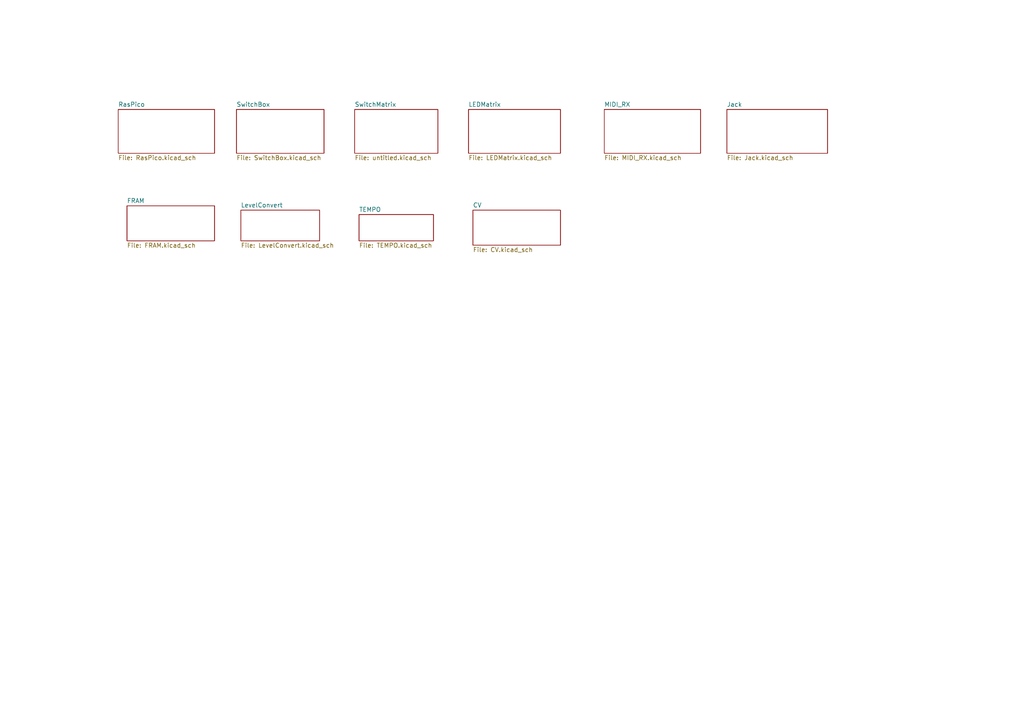
<source format=kicad_sch>
(kicad_sch
	(version 20231120)
	(generator "eeschema")
	(generator_version "8.0")
	(uuid "1ff8e271-54f9-42f5-8235-3acd7dcd4902")
	(paper "A4")
	(lib_symbols)
	(sheet
		(at 210.82 31.75)
		(size 29.21 12.7)
		(fields_autoplaced yes)
		(stroke
			(width 0.1524)
			(type solid)
		)
		(fill
			(color 0 0 0 0.0000)
		)
		(uuid "0f2f0916-f787-4526-bc0c-990055c9e385")
		(property "Sheetname" "Jack"
			(at 210.82 31.0384 0)
			(effects
				(font
					(size 1.27 1.27)
				)
				(justify left bottom)
			)
		)
		(property "Sheetfile" "Jack.kicad_sch"
			(at 210.82 45.0346 0)
			(effects
				(font
					(size 1.27 1.27)
				)
				(justify left top)
			)
		)
		(instances
			(project "controll"
				(path "/1ff8e271-54f9-42f5-8235-3acd7dcd4902"
					(page "7")
				)
			)
		)
	)
	(sheet
		(at 137.16 60.96)
		(size 25.4 10.16)
		(fields_autoplaced yes)
		(stroke
			(width 0.1524)
			(type solid)
		)
		(fill
			(color 0 0 0 0.0000)
		)
		(uuid "2853c50f-4a2d-4c2b-a66f-5c1a7eb50ea0")
		(property "Sheetname" "CV"
			(at 137.16 60.2484 0)
			(effects
				(font
					(size 1.27 1.27)
				)
				(justify left bottom)
			)
		)
		(property "Sheetfile" "CV.kicad_sch"
			(at 137.16 71.7046 0)
			(effects
				(font
					(size 1.27 1.27)
				)
				(justify left top)
			)
		)
		(instances
			(project "controll"
				(path "/1ff8e271-54f9-42f5-8235-3acd7dcd4902"
					(page "11")
				)
			)
		)
	)
	(sheet
		(at 68.58 31.75)
		(size 25.4 12.7)
		(fields_autoplaced yes)
		(stroke
			(width 0.1524)
			(type solid)
		)
		(fill
			(color 0 0 0 0.0000)
		)
		(uuid "4f0f93a1-e441-44a8-8c08-32baceead988")
		(property "Sheetname" "SwitchBox"
			(at 68.58 31.0384 0)
			(effects
				(font
					(size 1.27 1.27)
				)
				(justify left bottom)
			)
		)
		(property "Sheetfile" "SwitchBox.kicad_sch"
			(at 68.58 45.0346 0)
			(effects
				(font
					(size 1.27 1.27)
				)
				(justify left top)
			)
		)
		(instances
			(project "controll"
				(path "/1ff8e271-54f9-42f5-8235-3acd7dcd4902"
					(page "3")
				)
			)
		)
	)
	(sheet
		(at 175.26 31.75)
		(size 27.94 12.7)
		(fields_autoplaced yes)
		(stroke
			(width 0.1524)
			(type solid)
		)
		(fill
			(color 0 0 0 0.0000)
		)
		(uuid "647c3d00-e29b-4b76-a1c1-e4bf65dfc9f2")
		(property "Sheetname" "MIDI_RX"
			(at 175.26 31.0384 0)
			(effects
				(font
					(size 1.27 1.27)
				)
				(justify left bottom)
			)
		)
		(property "Sheetfile" "MIDI_RX.kicad_sch"
			(at 175.26 45.0346 0)
			(effects
				(font
					(size 1.27 1.27)
				)
				(justify left top)
			)
		)
		(instances
			(project "controll"
				(path "/1ff8e271-54f9-42f5-8235-3acd7dcd4902"
					(page "6")
				)
			)
		)
	)
	(sheet
		(at 102.87 31.75)
		(size 24.13 12.7)
		(fields_autoplaced yes)
		(stroke
			(width 0.1524)
			(type solid)
		)
		(fill
			(color 0 0 0 0.0000)
		)
		(uuid "68f038ca-dfde-4ddb-870b-8cd83dacda22")
		(property "Sheetname" "SwitchMatrix"
			(at 102.87 31.0384 0)
			(effects
				(font
					(size 1.27 1.27)
				)
				(justify left bottom)
			)
		)
		(property "Sheetfile" "untitled.kicad_sch"
			(at 102.87 45.0346 0)
			(effects
				(font
					(size 1.27 1.27)
				)
				(justify left top)
			)
		)
		(instances
			(project "controll"
				(path "/1ff8e271-54f9-42f5-8235-3acd7dcd4902"
					(page "4")
				)
			)
		)
	)
	(sheet
		(at 104.14 62.23)
		(size 21.59 7.62)
		(fields_autoplaced yes)
		(stroke
			(width 0.1524)
			(type solid)
		)
		(fill
			(color 0 0 0 0.0000)
		)
		(uuid "76296ee3-fbc6-406c-988c-d7cb9b7d2269")
		(property "Sheetname" "TEMPO"
			(at 104.14 61.5184 0)
			(effects
				(font
					(size 1.27 1.27)
				)
				(justify left bottom)
			)
		)
		(property "Sheetfile" "TEMPO.kicad_sch"
			(at 104.14 70.4346 0)
			(effects
				(font
					(size 1.27 1.27)
				)
				(justify left top)
			)
		)
		(instances
			(project "controll"
				(path "/1ff8e271-54f9-42f5-8235-3acd7dcd4902"
					(page "10")
				)
			)
		)
	)
	(sheet
		(at 69.85 60.96)
		(size 22.86 8.89)
		(fields_autoplaced yes)
		(stroke
			(width 0.1524)
			(type solid)
		)
		(fill
			(color 0 0 0 0.0000)
		)
		(uuid "780bf895-d615-4e05-bc8f-da88a046165f")
		(property "Sheetname" "LevelConvert"
			(at 69.85 60.2484 0)
			(effects
				(font
					(size 1.27 1.27)
				)
				(justify left bottom)
			)
		)
		(property "Sheetfile" "LevelConvert.kicad_sch"
			(at 69.85 70.4346 0)
			(effects
				(font
					(size 1.27 1.27)
				)
				(justify left top)
			)
		)
		(instances
			(project "controll"
				(path "/1ff8e271-54f9-42f5-8235-3acd7dcd4902"
					(page "9")
				)
			)
		)
	)
	(sheet
		(at 34.29 31.75)
		(size 27.94 12.7)
		(fields_autoplaced yes)
		(stroke
			(width 0.1524)
			(type solid)
		)
		(fill
			(color 0 0 0 0.0000)
		)
		(uuid "9fb8974e-77f8-48af-918c-d4f364108e67")
		(property "Sheetname" "RasPico"
			(at 34.29 31.0384 0)
			(effects
				(font
					(size 1.27 1.27)
				)
				(justify left bottom)
			)
		)
		(property "Sheetfile" "RasPico.kicad_sch"
			(at 34.29 45.0346 0)
			(effects
				(font
					(size 1.27 1.27)
				)
				(justify left top)
			)
		)
		(instances
			(project "controll"
				(path "/1ff8e271-54f9-42f5-8235-3acd7dcd4902"
					(page "2")
				)
			)
		)
	)
	(sheet
		(at 36.83 59.69)
		(size 25.4 10.16)
		(fields_autoplaced yes)
		(stroke
			(width 0.1524)
			(type solid)
		)
		(fill
			(color 0 0 0 0.0000)
		)
		(uuid "b0a9a0c5-92fc-41e6-aa57-1b5767936357")
		(property "Sheetname" "FRAM"
			(at 36.83 58.9784 0)
			(effects
				(font
					(size 1.27 1.27)
				)
				(justify left bottom)
			)
		)
		(property "Sheetfile" "FRAM.kicad_sch"
			(at 36.83 70.4346 0)
			(effects
				(font
					(size 1.27 1.27)
				)
				(justify left top)
			)
		)
		(instances
			(project "controll"
				(path "/1ff8e271-54f9-42f5-8235-3acd7dcd4902"
					(page "8")
				)
			)
		)
	)
	(sheet
		(at 135.89 31.75)
		(size 26.67 12.7)
		(fields_autoplaced yes)
		(stroke
			(width 0.1524)
			(type solid)
		)
		(fill
			(color 0 0 0 0.0000)
		)
		(uuid "ff41c886-4660-4d23-a3dc-f7c16f1f5029")
		(property "Sheetname" "LEDMatrix"
			(at 135.89 31.0384 0)
			(effects
				(font
					(size 1.27 1.27)
				)
				(justify left bottom)
			)
		)
		(property "Sheetfile" "LEDMatrix.kicad_sch"
			(at 135.89 45.0346 0)
			(effects
				(font
					(size 1.27 1.27)
				)
				(justify left top)
			)
		)
		(instances
			(project "controll"
				(path "/1ff8e271-54f9-42f5-8235-3acd7dcd4902"
					(page "5")
				)
			)
		)
	)
	(sheet_instances
		(path "/"
			(page "1")
		)
	)
)

</source>
